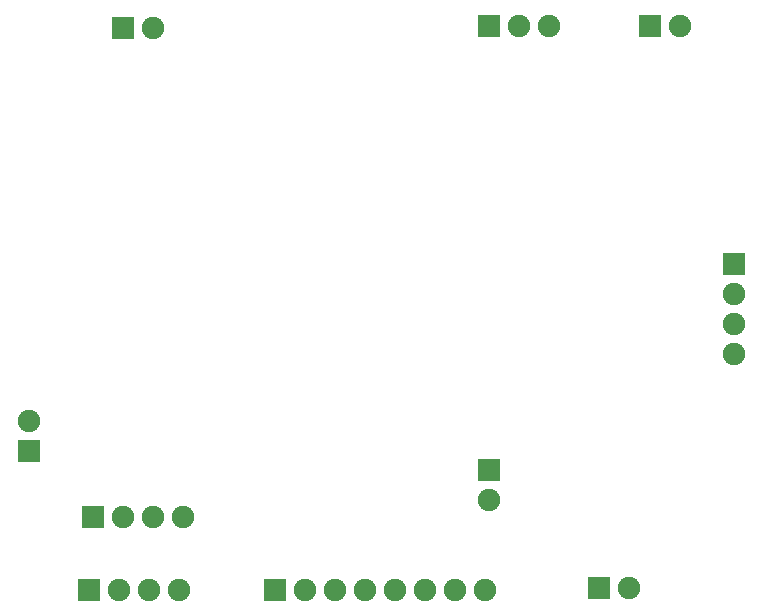
<source format=gbs>
G04 DipTrace 3.1.0.0*
G04 SensorActuatorBreakout.gbs*
%MOIN*%
G04 #@! TF.FileFunction,Soldermask,Bot*
G04 #@! TF.Part,Single*
%ADD56C,0.074929*%
%ADD58R,0.074929X0.074929*%
%FSLAX26Y26*%
G04*
G70*
G90*
G75*
G01*
G04 BotMask*
%LPD*%
D58*
X1300176Y450244D3*
D56*
X1400176D3*
X1500176D3*
X1600176D3*
X1700176D3*
X1800176D3*
X1900176D3*
X2000176D3*
D58*
X2381312Y456493D3*
D56*
X2481312D3*
D58*
X2012601Y2331297D3*
D56*
X2112601D3*
X2212601D3*
D58*
X793979Y2325047D3*
D56*
X893979D3*
D58*
X2550249Y2331500D3*
D56*
X2650249D3*
D58*
X694000Y694000D3*
D56*
X794000D3*
X894000D3*
X994000D3*
D58*
X681491Y450244D3*
D56*
X781491D3*
X881491D3*
X981491D3*
D58*
X481512Y912696D3*
D56*
Y1012696D3*
D58*
X2012601Y850202D3*
D56*
Y750202D3*
D58*
X2831265Y1537630D3*
D56*
Y1437630D3*
Y1337630D3*
Y1237630D3*
M02*

</source>
